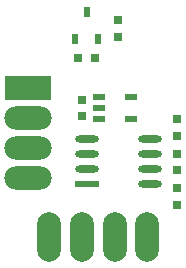
<source format=gbp>
G04 Layer_Color=128*
%FSLAX25Y25*%
%MOIN*%
G70*
G01*
G75*
%ADD10O,0.07874X0.16535*%
%ADD14R,0.02756X0.03150*%
%ADD15R,0.03150X0.02756*%
%ADD23R,0.07874X0.02362*%
%ADD24O,0.07874X0.02362*%
%ADD25R,0.02362X0.03543*%
%ADD26R,0.03937X0.01968*%
%ADD27O,0.15748X0.07874*%
%ADD28R,0.15748X0.07874*%
D10*
X16366Y9138D02*
D03*
X27272D02*
D03*
X38177D02*
D03*
X49083D02*
D03*
D14*
X31575Y68618D02*
D03*
X26063D02*
D03*
D15*
X39319Y75862D02*
D03*
Y81374D02*
D03*
X27319Y49362D02*
D03*
Y54874D02*
D03*
X58819Y42862D02*
D03*
Y48374D02*
D03*
Y36874D02*
D03*
Y31362D02*
D03*
Y25374D02*
D03*
Y19862D02*
D03*
D23*
X28819Y26618D02*
D03*
D24*
Y41618D02*
D03*
Y31618D02*
D03*
Y36618D02*
D03*
X50079Y31618D02*
D03*
Y41618D02*
D03*
Y26618D02*
D03*
Y36618D02*
D03*
D25*
X32559Y75090D02*
D03*
X25079D02*
D03*
X28819Y84146D02*
D03*
D26*
X33004Y48378D02*
D03*
Y52118D02*
D03*
Y55858D02*
D03*
X43634D02*
D03*
Y48378D02*
D03*
D27*
X9319Y28618D02*
D03*
Y38618D02*
D03*
Y48618D02*
D03*
D28*
Y58618D02*
D03*
M02*

</source>
